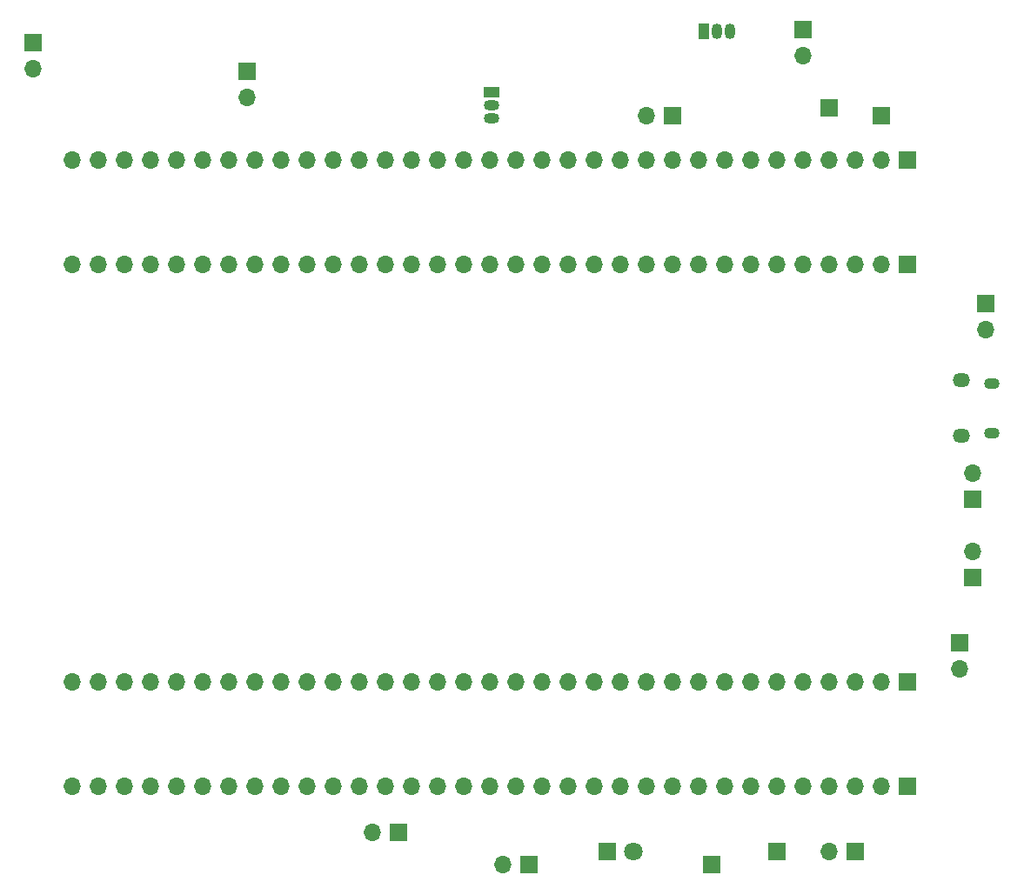
<source format=gbr>
%TF.GenerationSoftware,KiCad,Pcbnew,(6.0.4)*%
%TF.CreationDate,2022-04-22T00:13:30+02:00*%
%TF.ProjectId,main,6d61696e-2e6b-4696-9361-645f70636258,rev?*%
%TF.SameCoordinates,Original*%
%TF.FileFunction,Soldermask,Bot*%
%TF.FilePolarity,Negative*%
%FSLAX46Y46*%
G04 Gerber Fmt 4.6, Leading zero omitted, Abs format (unit mm)*
G04 Created by KiCad (PCBNEW (6.0.4)) date 2022-04-22 00:13:30*
%MOMM*%
%LPD*%
G01*
G04 APERTURE LIST*
%ADD10R,1.700000X1.700000*%
%ADD11O,1.700000X1.700000*%
%ADD12O,1.500000X1.100000*%
%ADD13O,1.700000X1.350000*%
%ADD14R,1.500000X1.050000*%
%ADD15O,1.500000X1.050000*%
%ADD16R,1.800000X1.800000*%
%ADD17C,1.800000*%
%ADD18R,1.050000X1.500000*%
%ADD19O,1.050000X1.500000*%
G04 APERTURE END LIST*
D10*
%TO.C,JP4*%
X170185000Y-145415000D03*
D11*
X167645000Y-145415000D03*
%TD*%
D10*
%TO.C,TP7*%
X217170000Y-75692000D03*
%TD*%
%TO.C,TP11*%
X212090000Y-74930000D03*
%TD*%
%TO.C,JP11*%
X182880000Y-148590000D03*
D11*
X180340000Y-148590000D03*
%TD*%
D10*
%TO.C,TP9*%
X200660000Y-148590000D03*
%TD*%
%TO.C,JP9*%
X196855000Y-75692000D03*
D11*
X194315000Y-75692000D03*
%TD*%
D10*
%TO.C,TP8*%
X207010000Y-147320000D03*
%TD*%
%TO.C,J2*%
X219710000Y-90170000D03*
D11*
X217170000Y-90170000D03*
X214630000Y-90170000D03*
X212090000Y-90170000D03*
X209550000Y-90170000D03*
X207010000Y-90170000D03*
X204470000Y-90170000D03*
X201930000Y-90170000D03*
X199390000Y-90170000D03*
X196850000Y-90170000D03*
X194310000Y-90170000D03*
X191770000Y-90170000D03*
X189230000Y-90170000D03*
X186690000Y-90170000D03*
X184150000Y-90170000D03*
X181610000Y-90170000D03*
X179070000Y-90170000D03*
X176530000Y-90170000D03*
X173990000Y-90170000D03*
X171450000Y-90170000D03*
X168910000Y-90170000D03*
X166370000Y-90170000D03*
X163830000Y-90170000D03*
X161290000Y-90170000D03*
X158750000Y-90170000D03*
X156210000Y-90170000D03*
X153670000Y-90170000D03*
X151130000Y-90170000D03*
X148590000Y-90170000D03*
X146050000Y-90170000D03*
X143510000Y-90170000D03*
X140970000Y-90170000D03*
X138430000Y-90170000D03*
%TD*%
D10*
%TO.C,JP2*%
X214630000Y-147320000D03*
D11*
X212090000Y-147320000D03*
%TD*%
D10*
%TO.C,JP5*%
X226060000Y-120650000D03*
D11*
X226060000Y-118110000D03*
%TD*%
D12*
%TO.C,J5*%
X227945000Y-106535000D03*
D13*
X224945000Y-106845000D03*
D12*
X227945000Y-101695000D03*
D13*
X224945000Y-101385000D03*
%TD*%
D10*
%TO.C,J1*%
X219710000Y-80010000D03*
D11*
X217170000Y-80010000D03*
X214630000Y-80010000D03*
X212090000Y-80010000D03*
X209550000Y-80010000D03*
X207010000Y-80010000D03*
X204470000Y-80010000D03*
X201930000Y-80010000D03*
X199390000Y-80010000D03*
X196850000Y-80010000D03*
X194310000Y-80010000D03*
X191770000Y-80010000D03*
X189230000Y-80010000D03*
X186690000Y-80010000D03*
X184150000Y-80010000D03*
X181610000Y-80010000D03*
X179070000Y-80010000D03*
X176530000Y-80010000D03*
X173990000Y-80010000D03*
X171450000Y-80010000D03*
X168910000Y-80010000D03*
X166370000Y-80010000D03*
X163830000Y-80010000D03*
X161290000Y-80010000D03*
X158750000Y-80010000D03*
X156210000Y-80010000D03*
X153670000Y-80010000D03*
X151130000Y-80010000D03*
X148590000Y-80010000D03*
X146050000Y-80010000D03*
X143510000Y-80010000D03*
X140970000Y-80010000D03*
X138430000Y-80010000D03*
%TD*%
D14*
%TO.C,Q1*%
X179213000Y-73406000D03*
D15*
X179213000Y-74676000D03*
X179213000Y-75946000D03*
%TD*%
D10*
%TO.C,JP7*%
X224790000Y-127000000D03*
D11*
X224790000Y-129540000D03*
%TD*%
D10*
%TO.C,JP6*%
X226060000Y-113030000D03*
D11*
X226060000Y-110490000D03*
%TD*%
D16*
%TO.C,Q3*%
X190500000Y-147320000D03*
D17*
X193040000Y-147320000D03*
%TD*%
D18*
%TO.C,Q2*%
X199898000Y-67416000D03*
D19*
X201168000Y-67416000D03*
X202438000Y-67416000D03*
%TD*%
D10*
%TO.C,J4*%
X219710000Y-140970000D03*
D11*
X217170000Y-140970000D03*
X214630000Y-140970000D03*
X212090000Y-140970000D03*
X209550000Y-140970000D03*
X207010000Y-140970000D03*
X204470000Y-140970000D03*
X201930000Y-140970000D03*
X199390000Y-140970000D03*
X196850000Y-140970000D03*
X194310000Y-140970000D03*
X191770000Y-140970000D03*
X189230000Y-140970000D03*
X186690000Y-140970000D03*
X184150000Y-140970000D03*
X181610000Y-140970000D03*
X179070000Y-140970000D03*
X176530000Y-140970000D03*
X173990000Y-140970000D03*
X171450000Y-140970000D03*
X168910000Y-140970000D03*
X166370000Y-140970000D03*
X163830000Y-140970000D03*
X161290000Y-140970000D03*
X158750000Y-140970000D03*
X156210000Y-140970000D03*
X153670000Y-140970000D03*
X151130000Y-140970000D03*
X148590000Y-140970000D03*
X146050000Y-140970000D03*
X143510000Y-140970000D03*
X140970000Y-140970000D03*
X138430000Y-140970000D03*
%TD*%
D10*
%TO.C,JP1*%
X209550000Y-67310000D03*
D11*
X209550000Y-69850000D03*
%TD*%
D10*
%TO.C,JP8*%
X134620000Y-68580000D03*
D11*
X134620000Y-71120000D03*
%TD*%
D10*
%TO.C,JP3*%
X227330000Y-93980000D03*
D11*
X227330000Y-96520000D03*
%TD*%
D10*
%TO.C,J3*%
X219710000Y-130810000D03*
D11*
X217170000Y-130810000D03*
X214630000Y-130810000D03*
X212090000Y-130810000D03*
X209550000Y-130810000D03*
X207010000Y-130810000D03*
X204470000Y-130810000D03*
X201930000Y-130810000D03*
X199390000Y-130810000D03*
X196850000Y-130810000D03*
X194310000Y-130810000D03*
X191770000Y-130810000D03*
X189230000Y-130810000D03*
X186690000Y-130810000D03*
X184150000Y-130810000D03*
X181610000Y-130810000D03*
X179070000Y-130810000D03*
X176530000Y-130810000D03*
X173990000Y-130810000D03*
X171450000Y-130810000D03*
X168910000Y-130810000D03*
X166370000Y-130810000D03*
X163830000Y-130810000D03*
X161290000Y-130810000D03*
X158750000Y-130810000D03*
X156210000Y-130810000D03*
X153670000Y-130810000D03*
X151130000Y-130810000D03*
X148590000Y-130810000D03*
X146050000Y-130810000D03*
X143510000Y-130810000D03*
X140970000Y-130810000D03*
X138430000Y-130810000D03*
%TD*%
D10*
%TO.C,JP10*%
X155448000Y-71369000D03*
D11*
X155448000Y-73909000D03*
%TD*%
M02*

</source>
